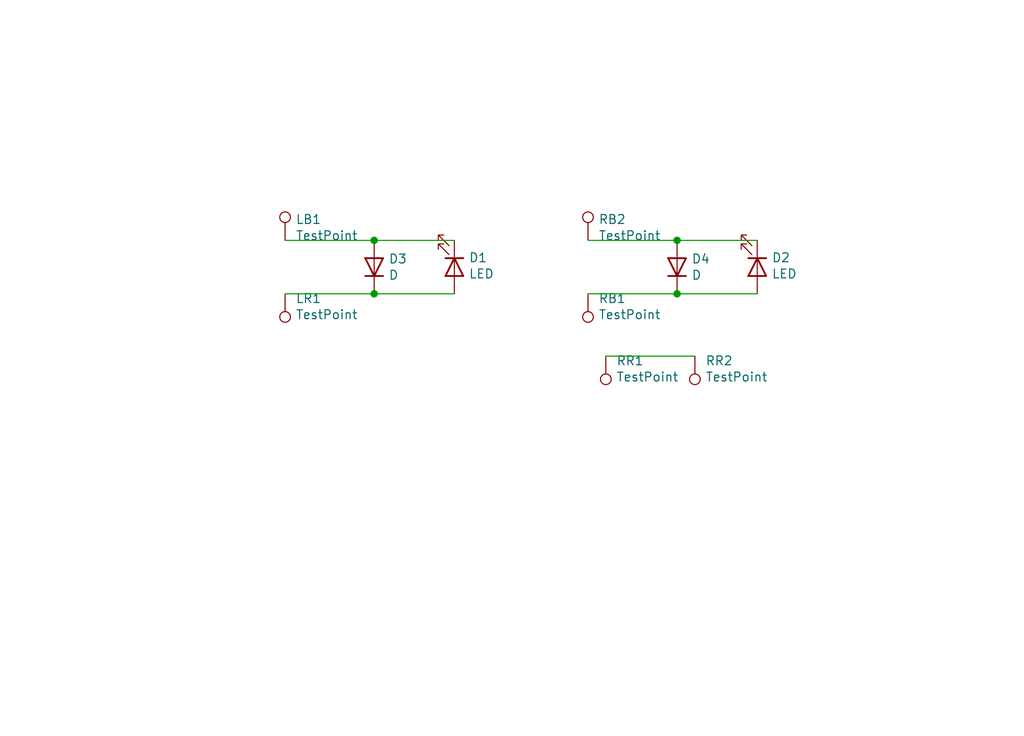
<source format=kicad_sch>
(kicad_sch (version 20230121) (generator eeschema)
  (paper "User" 145.999 105.004)
  (lib_symbols
    (symbol "Connector:TestPoint" (pin_numbers hide) (pin_names (offset 0.762) hide)
      (property "Reference" "TP" (at 0 6.858 0))
      (property "Value" "TestPoint" (at 0 5.08 0))
      (symbol "TestPoint_0_1"
        (circle (center 0 3.302) (radius 0.762))
      )
      (symbol "TestPoint_1_1"
        (pin passive line (at 0 0 90) (length 2.54) (name "1") (number "1"))
      )
    )
    (symbol "Device:D" (pin_numbers hide) (pin_names (offset 1.016) hide)
      (property "Reference" "D" (at 0 2.54 0))
      (property "Value" "D" (at 0 -2.54 0))
      (symbol "D_0_1"
        (polyline (pts (xy -1.27 1.27) (xy -1.27 -1.27)) (stroke (width 0.254)))
        (polyline (pts (xy 1.27 0) (xy -1.27 0)))
        (polyline (pts (xy 1.27 1.27) (xy 1.27 -1.27) (xy -1.27 0) (xy 1.27 1.27)) (stroke (width 0.254)))
      )
      (symbol "D_1_1"
        (pin passive line (at -3.81 0 0) (length 2.54) (name "K") (number "1"))
        (pin passive line (at 3.81 0 180) (length 2.54) (name "A") (number "2"))
      )
    )
    (symbol "Device:LED" (pin_numbers hide) (pin_names (offset 1.016) hide)
      (property "Reference" "D" (at 0 2.54 0))
      (property "Value" "LED" (at 0 -2.54 0))
      (symbol "LED_0_1"
        (polyline (pts (xy -1.27 -1.27) (xy -1.27 1.27)) (stroke (width 0.254)))
        (polyline (pts (xy -1.27 0) (xy 1.27 0)))
        (polyline (pts (xy 1.27 -1.27) (xy 1.27 1.27) (xy -1.27 0) (xy 1.27 -1.27)) (stroke (width 0.254)))
        (polyline (pts (xy -3.048 -0.762) (xy -4.572 -2.286) (xy -3.81 -2.286) (xy -4.572 -2.286) (xy -4.572 -1.524)))
        (polyline (pts (xy -1.778 -0.762) (xy -3.302 -2.286) (xy -2.54 -2.286) (xy -3.302 -2.286) (xy -3.302 -1.524)))
      )
      (symbol "LED_1_1"
        (pin passive line (at -3.81 0 0) (length 2.54) (name "K") (number "1"))
        (pin passive line (at 3.81 0 180) (length 2.54) (name "A") (number "2"))
      )
    )
  )
  (junction (at 53.34 34.29))
  (junction (at 96.52 41.91))
  (junction (at 53.34 41.91))
  (junction (at 96.52 34.29))
  (wire (pts (xy 53.34 41.91) (xy 40.64 41.91)))
  (wire (pts (xy 107.95 41.91) (xy 96.52 41.91)))
  (wire (pts (xy 86.36 50.8) (xy 99.06 50.8)))
  (wire (pts (xy 96.52 34.29) (xy 107.95 34.29)))
  (wire (pts (xy 64.77 41.91) (xy 53.34 41.91)))
  (wire (pts (xy 83.82 34.29) (xy 96.52 34.29)))
  (wire (pts (xy 40.64 34.29) (xy 53.34 34.29)))
  (wire (pts (xy 53.34 34.29) (xy 64.77 34.29)))
  (wire (pts (xy 96.52 41.91) (xy 83.82 41.91)))
  (symbol (lib_id "Device:D") (at 53.34 38.1 90) (unit 1)
    (property "Reference" "D3" (at 55.372 36.9316 90) (effects (justify right)))
    (property "Value" "D" (at 55.372 39.243 90) (effects (justify right)))
    (property "Footprint" "Diode_SMD:D_0805_2012Metric" (effects hide))
  )
  (symbol (lib_id "Device:D") (at 96.52 38.1 90) (unit 1)
    (property "Reference" "D4" (at 98.552 36.9316 90) (effects (justify right)))
    (property "Value" "D" (at 98.552 39.243 90) (effects (justify right)))
    (property "Footprint" "Diode_SMD:D_0805_2012Metric" (effects hide))
  )
  (symbol (lib_id "Device:LED") (at 64.77 38.1 270) (unit 1)
    (property "Reference" "D1" (at 66.802 36.7538 90) (effects (justify left)))
    (property "Value" "LED" (at 66.802 39.0652 90) (effects (justify left)))
    (property "Footprint" "LED_SMD:LED_0603_1608Metric" (effects hide))
  )
  (symbol (lib_id "Device:LED") (at 107.95 38.1 270) (unit 1)
    (property "Reference" "D2" (at 109.982 36.7538 90) (effects (justify left)))
    (property "Value" "LED" (at 109.982 39.0652 90) (effects (justify left)))
    (property "Footprint" "LED_SMD:LED_0603_1608Metric" (effects hide))
  )
  (symbol (lib_id "Connector:TestPoint") (at 40.64 34.29 0) (unit 1)
    (property "Reference" "LB1" (at 42.1132 31.2928 0) (effects (justify left)))
    (property "Value" "TestPoint" (at 42.1132 33.6042 0) (effects (justify left)))
    (property "Footprint" "TestPoint:TestPoint_Pad_3.0x3.0mm" (effects hide))
  )
  (symbol (lib_id "Connector:TestPoint") (at 40.64 41.91 180) (unit 1)
    (property "Reference" "LR1" (at 42.1132 42.5704 0) (effects (justify right)))
    (property "Value" "TestPoint" (at 42.1132 44.8818 0) (effects (justify right)))
    (property "Footprint" "TestPoint:TestPoint_Pad_3.0x3.0mm" (effects hide))
  )
  (symbol (lib_id "Connector:TestPoint") (at 83.82 41.91 180) (unit 1)
    (property "Reference" "RB1" (at 85.2932 42.5704 0) (effects (justify right)))
    (property "Value" "TestPoint" (at 85.2932 44.8818 0) (effects (justify right)))
    (property "Footprint" "TestPoint:TestPoint_Pad_3.0x3.0mm" (effects hide))
  )
  (symbol (lib_id "Connector:TestPoint") (at 83.82 34.29 0) (unit 1)
    (property "Reference" "RB2" (at 85.2932 31.2928 0) (effects (justify left)))
    (property "Value" "TestPoint" (at 85.2932 33.6042 0) (effects (justify left)))
    (property "Footprint" "TestPoint:TestPoint_Pad_3.0x3.0mm" (effects hide))
  )
  (symbol (lib_id "Connector:TestPoint") (at 99.06 50.8 180) (unit 1)
    (property "Reference" "RR2" (at 100.5332 51.4604 0) (effects (justify right)))
    (property "Value" "TestPoint" (at 100.5332 53.7718 0) (effects (justify right)))
    (property "Footprint" "TestPoint:TestPoint_Pad_3.0x3.0mm" (effects hide))
  )
  (symbol (lib_id "Connector:TestPoint") (at 86.36 50.8 180) (unit 1)
    (property "Reference" "RR1" (at 87.8332 51.4604 0) (effects (justify right)))
    (property "Value" "TestPoint" (at 87.8332 53.7718 0) (effects (justify right)))
    (property "Footprint" "TestPoint:TestPoint_Pad_3.0x3.0mm" (effects hide))
  )
)
</source>
